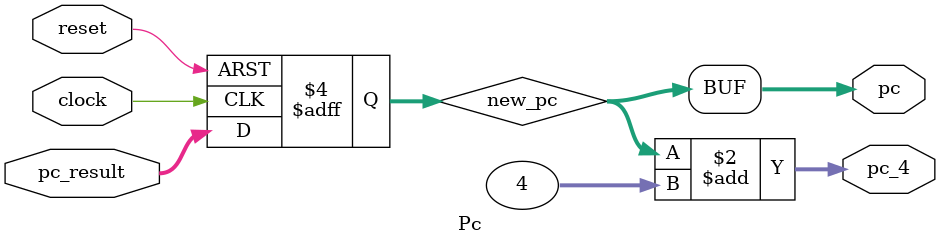
<source format=v>
`timescale 1ns / 1ps
module Pc(
    input                                               clock   ,
    input                                               reset   ,
    input           [31:0]                              pc_result   ,
    output          [31:0]                              pc  ,
    output          [31:0]                              pc_4    
    );

    reg             [31:0]                              new_pc  ;

    initial begin
        new_pc = 32'h0040024;
        //qtspim start from 0040024
    end

    always @(posedge clock or posedge reset) begin
        if(reset) begin
            new_pc = 32'h0040024;
        end
        else begin
            new_pc = pc_result;
        end
    end

    assign pc_4 = pc + 4;
    assign pc = new_pc;

endmodule

</source>
